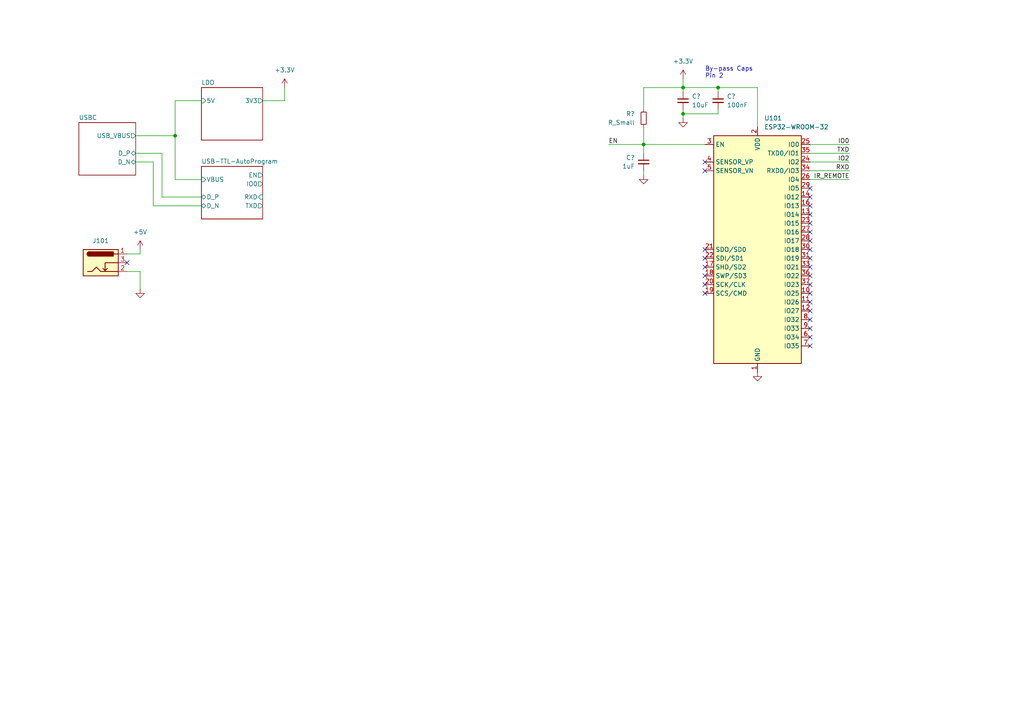
<source format=kicad_sch>
(kicad_sch (version 20230121) (generator eeschema)
  (paper "A4")
  (title_block (title "WLED ESP32 Control Board") (date "2023-06-18") (rev "A"))
  (lib_symbols
    (symbol "Connector:Barrel_Jack_Switch" (pin_names hide)
      (property "Reference" "J" (at 0 5.334 0))
      (property "Value" "Barrel_Jack_Switch" (at 0 -5.08 0))
      (symbol "Barrel_Jack_Switch_0_1"
        (rectangle (start -5.08 3.81) (end 5.08 -3.81) (stroke (width 0.254)) (fill (type background)))
        (arc (start -3.302 3.175) (mid -3.9343 2.54) (end -3.302 1.905) (stroke (width 0.254)))
        (arc (start -3.302 3.175) (mid -3.9343 2.54) (end -3.302 1.905) (stroke (width 0.254)) (fill (type outline)))
        (polyline (pts (xy 1.27 -2.286) (xy 1.905 -1.651)) (stroke (width 0.254)))
        (polyline (pts (xy 5.08 2.54) (xy 3.81 2.54)) (stroke (width 0.254)))
        (polyline (pts (xy 5.08 0) (xy 1.27 0) (xy 1.27 -2.286) (xy 0.635 -1.651)) (stroke (width 0.254)))
        (polyline (pts (xy -3.81 -2.54) (xy -2.54 -2.54) (xy -1.27 -1.27) (xy 0 -2.54) (xy 2.54 -2.54) (xy 5.08 -2.54)) (stroke (width 0.254)))
        (rectangle (start 3.683 3.175) (end -3.302 1.905) (stroke (width 0.254)) (fill (type outline)))
      )
      (symbol "Barrel_Jack_Switch_1_1"
        (pin passive line (at 7.62 2.54 180) (length 2.54) (name "~") (number "1"))
        (pin passive line (at 7.62 -2.54 180) (length 2.54) (name "~") (number "2"))
        (pin passive line (at 7.62 0 180) (length 2.54) (name "~") (number "3"))
      )
    )
    (symbol "Device:C_Small" (pin_numbers hide) (pin_names (offset 0.254) hide)
      (property "Reference" "C" (at 0.254 1.778 0))
      (property "Value" "C_Small" (at 0.254 -2.032 0))
      (symbol "C_Small_0_1"
        (polyline (pts (xy -1.524 -0.508) (xy 1.524 -0.508)) (stroke (width 0.3302)))
        (polyline (pts (xy -1.524 0.508) (xy 1.524 0.508)) (stroke (width 0.3048)))
      )
      (symbol "C_Small_1_1"
        (pin passive line (at 0 2.54 270) (length 2.032) (name "~") (number "1"))
        (pin passive line (at 0 -2.54 90) (length 2.032) (name "~") (number "2"))
      )
    )
    (symbol "Device:R_Small" (pin_numbers hide) (pin_names (offset 0.254) hide)
      (property "Reference" "R" (at 0.762 0.508 0))
      (property "Value" "R_Small" (at 0.762 -1.016 0))
      (symbol "R_Small_0_1"
        (rectangle (start -0.762 1.778) (end 0.762 -1.778) (stroke (width 0.2032)))
      )
      (symbol "R_Small_1_1"
        (pin passive line (at 0 2.54 270) (length 0.762) (name "~") (number "1"))
        (pin passive line (at 0 -2.54 90) (length 0.762) (name "~") (number "2"))
      )
    )
    (symbol "RF_Module:ESP32-WROOM-32"
      (property "Reference" "U" (at -12.7 34.29 0))
      (property "Value" "ESP32-WROOM-32" (at 1.27 34.29 0))
      (symbol "ESP32-WROOM-32_0_1"
        (rectangle (start -12.7 33.02) (end 12.7 -33.02) (stroke (width 0.254)) (fill (type background)))
      )
      (symbol "ESP32-WROOM-32_1_1"
        (pin power_in line (at 0 -35.56 90) (length 2.54) (name "GND") (number "1"))
        (pin bidirectional line (at 15.24 -12.7 180) (length 2.54) (name "IO25") (number "10"))
        (pin bidirectional line (at 15.24 -15.24 180) (length 2.54) (name "IO26") (number "11"))
        (pin bidirectional line (at 15.24 -17.78 180) (length 2.54) (name "IO27") (number "12"))
        (pin bidirectional line (at 15.24 10.16 180) (length 2.54) (name "IO14") (number "13"))
        (pin bidirectional line (at 15.24 15.24 180) (length 2.54) (name "IO12") (number "14"))
        (pin passive line (at 0 -35.56 90) (length 2.54) hide (name "GND") (number "15"))
        (pin bidirectional line (at 15.24 12.7 180) (length 2.54) (name "IO13") (number "16"))
        (pin bidirectional line (at -15.24 -5.08 0) (length 2.54) (name "SHD/SD2") (number "17"))
        (pin bidirectional line (at -15.24 -7.62 0) (length 2.54) (name "SWP/SD3") (number "18"))
        (pin bidirectional line (at -15.24 -12.7 0) (length 2.54) (name "SCS/CMD") (number "19"))
        (pin power_in line (at 0 35.56 270) (length 2.54) (name "VDD") (number "2"))
        (pin bidirectional line (at -15.24 -10.16 0) (length 2.54) (name "SCK/CLK") (number "20"))
        (pin bidirectional line (at -15.24 0 0) (length 2.54) (name "SDO/SD0") (number "21"))
        (pin bidirectional line (at -15.24 -2.54 0) (length 2.54) (name "SDI/SD1") (number "22"))
        (pin bidirectional line (at 15.24 7.62 180) (length 2.54) (name "IO15") (number "23"))
        (pin bidirectional line (at 15.24 25.4 180) (length 2.54) (name "IO2") (number "24"))
        (pin bidirectional line (at 15.24 30.48 180) (length 2.54) (name "IO0") (number "25"))
        (pin bidirectional line (at 15.24 20.32 180) (length 2.54) (name "IO4") (number "26"))
        (pin bidirectional line (at 15.24 5.08 180) (length 2.54) (name "IO16") (number "27"))
        (pin bidirectional line (at 15.24 2.54 180) (length 2.54) (name "IO17") (number "28"))
        (pin bidirectional line (at 15.24 17.78 180) (length 2.54) (name "IO5") (number "29"))
        (pin input line (at -15.24 30.48 0) (length 2.54) (name "EN") (number "3"))
        (pin bidirectional line (at 15.24 0 180) (length 2.54) (name "IO18") (number "30"))
        (pin bidirectional line (at 15.24 -2.54 180) (length 2.54) (name "IO19") (number "31"))
        (pin no_connect line (at -12.7 -27.94 0) (length 2.54) hide (name "NC") (number "32"))
        (pin bidirectional line (at 15.24 -5.08 180) (length 2.54) (name "IO21") (number "33"))
        (pin bidirectional line (at 15.24 22.86 180) (length 2.54) (name "RXD0/IO3") (number "34"))
        (pin bidirectional line (at 15.24 27.94 180) (length 2.54) (name "TXD0/IO1") (number "35"))
        (pin bidirectional line (at 15.24 -7.62 180) (length 2.54) (name "IO22") (number "36"))
        (pin bidirectional line (at 15.24 -10.16 180) (length 2.54) (name "IO23") (number "37"))
        (pin passive line (at 0 -35.56 90) (length 2.54) hide (name "GND") (number "38"))
        (pin passive line (at 0 -35.56 90) (length 2.54) hide (name "GND") (number "39"))
        (pin input line (at -15.24 25.4 0) (length 2.54) (name "SENSOR_VP") (number "4"))
        (pin input line (at -15.24 22.86 0) (length 2.54) (name "SENSOR_VN") (number "5"))
        (pin input line (at 15.24 -25.4 180) (length 2.54) (name "IO34") (number "6"))
        (pin input line (at 15.24 -27.94 180) (length 2.54) (name "IO35") (number "7"))
        (pin bidirectional line (at 15.24 -20.32 180) (length 2.54) (name "IO32") (number "8"))
        (pin bidirectional line (at 15.24 -22.86 180) (length 2.54) (name "IO33") (number "9"))
      )
    )
    (symbol "power:+3.3V" (power) (pin_names (offset 0))
      (property "Value" "+3.3V" (at 0 3.556 0))
      (symbol "+3.3V_0_1"
        (polyline (pts (xy -0.762 1.27) (xy 0 2.54)))
        (polyline (pts (xy 0 0) (xy 0 2.54)))
        (polyline (pts (xy 0 2.54) (xy 0.762 1.27)))
      )
      (symbol "+3.3V_1_1"
        (pin power_in line (at 0 0 90) (length 0) hide (name "+3.3V") (number "1"))
      )
    )
    (symbol "power:+5V" (power) (pin_names (offset 0))
      (property "Value" "+5V" (at 0 3.556 0))
      (symbol "+5V_0_1"
        (polyline (pts (xy -0.762 1.27) (xy 0 2.54)))
        (polyline (pts (xy 0 0) (xy 0 2.54)))
        (polyline (pts (xy 0 2.54) (xy 0.762 1.27)))
      )
      (symbol "+5V_1_1"
        (pin power_in line (at 0 0 90) (length 0) hide (name "+5V") (number "1"))
      )
    )
    (symbol "power:GND" (power) (pin_names (offset 0))
      (property "Value" "GND" (at 0 -3.81 0))
      (symbol "GND_0_1"
        (polyline (pts (xy 0 0) (xy 0 -1.27) (xy 1.27 -1.27) (xy 0 -2.54) (xy -1.27 -1.27) (xy 0 -1.27)))
      )
      (symbol "GND_1_1"
        (pin power_in line (at 0 0 270) (length 0) hide (name "GND") (number "1"))
      )
    )
  )
  (junction (at 186.69 41.91))
  (junction (at 198.12 33.02))
  (junction (at 198.12 25.4))
  (junction (at 208.28 25.4))
  (junction (at 50.8 39.37))
  (no_connect (at 234.95 72.39))
  (no_connect (at 234.95 82.55))
  (no_connect (at 36.83 76.2))
  (no_connect (at 234.95 64.77))
  (no_connect (at 234.95 90.17))
  (no_connect (at 234.95 69.85))
  (no_connect (at 204.47 46.99))
  (no_connect (at 234.95 100.33))
  (no_connect (at 234.95 92.71))
  (no_connect (at 234.95 62.23))
  (no_connect (at 234.95 67.31))
  (no_connect (at 234.95 95.25))
  (no_connect (at 234.95 54.61))
  (no_connect (at 234.95 59.69))
  (no_connect (at 234.95 87.63))
  (no_connect (at 234.95 85.09))
  (no_connect (at 234.95 77.47))
  (no_connect (at 204.47 80.01))
  (no_connect (at 204.47 72.39))
  (no_connect (at 234.95 57.15))
  (no_connect (at 204.47 82.55))
  (no_connect (at 234.95 74.93))
  (no_connect (at 204.47 49.53))
  (no_connect (at 234.95 97.79))
  (no_connect (at 204.47 85.09))
  (no_connect (at 234.95 80.01))
  (no_connect (at 204.47 77.47))
  (no_connect (at 204.47 74.93))
  (wire (pts (xy 234.95 41.91) (xy 246.38 41.91)))
  (wire (pts (xy 40.64 78.74) (xy 40.64 83.82)))
  (wire (pts (xy 208.28 25.4) (xy 208.28 26.67)))
  (wire (pts (xy 82.55 25.4) (xy 82.55 29.21)))
  (wire (pts (xy 39.37 46.99) (xy 44.45 46.99)))
  (wire (pts (xy 39.37 44.45) (xy 46.99 44.45)))
  (wire (pts (xy 39.37 39.37) (xy 50.8 39.37)))
  (wire (pts (xy 40.64 73.66) (xy 40.64 72.39)))
  (wire (pts (xy 219.71 25.4) (xy 219.71 36.83)))
  (wire (pts (xy 46.99 44.45) (xy 46.99 57.15)))
  (wire (pts (xy 50.8 52.07) (xy 50.8 39.37)))
  (wire (pts (xy 36.83 78.74) (xy 40.64 78.74)))
  (wire (pts (xy 82.55 29.21) (xy 76.2 29.21)))
  (wire (pts (xy 234.95 44.45) (xy 246.38 44.45)))
  (wire (pts (xy 58.42 52.07) (xy 50.8 52.07)))
  (wire (pts (xy 50.8 39.37) (xy 50.8 29.21)))
  (wire (pts (xy 176.53 41.91) (xy 186.69 41.91)))
  (wire (pts (xy 36.83 73.66) (xy 40.64 73.66)))
  (wire (pts (xy 198.12 25.4) (xy 186.69 25.4)))
  (wire (pts (xy 186.69 49.53) (xy 186.69 50.8)))
  (wire (pts (xy 186.69 41.91) (xy 186.69 44.45)))
  (wire (pts (xy 208.28 25.4) (xy 219.71 25.4)))
  (wire (pts (xy 186.69 25.4) (xy 186.69 31.75)))
  (wire (pts (xy 198.12 33.02) (xy 198.12 31.75)))
  (wire (pts (xy 198.12 22.86) (xy 198.12 25.4)))
  (wire (pts (xy 44.45 46.99) (xy 44.45 59.69)))
  (wire (pts (xy 234.95 52.07) (xy 246.38 52.07)))
  (wire (pts (xy 50.8 29.21) (xy 58.42 29.21)))
  (wire (pts (xy 208.28 33.02) (xy 208.28 31.75)))
  (wire (pts (xy 234.95 49.53) (xy 246.38 49.53)))
  (wire (pts (xy 44.45 59.69) (xy 58.42 59.69)))
  (wire (pts (xy 198.12 25.4) (xy 198.12 26.67)))
  (wire (pts (xy 198.12 34.29) (xy 198.12 33.02)))
  (wire (pts (xy 186.69 41.91) (xy 204.47 41.91)))
  (wire (pts (xy 186.69 36.83) (xy 186.69 41.91)))
  (wire (pts (xy 46.99 57.15) (xy 58.42 57.15)))
  (wire (pts (xy 234.95 46.99) (xy 246.38 46.99)))
  (wire (pts (xy 198.12 33.02) (xy 208.28 33.02)))
  (wire (pts (xy 198.12 25.4) (xy 208.28 25.4)))
  (text "By-pass Caps\nPin 2" (at 204.47 22.86 0) (effects (font (size 1.27 1.27)) (justify left bottom)))
  (label "IR_REMOTE" (at 246.38 52.07 180))
  (label "RXD" (at 246.38 49.53 180))
  (label "IO2" (at 246.38 46.99 180))
  (label "IO0" (at 246.38 41.91 180))
  (label "EN" (at 176.53 41.91 0))
  (label "TXD" (at 246.38 44.45 180))
  (symbol (lib_id "power:+3.3V") (at 82.55 25.4 0) (unit 1)
    (property "Reference" "#PWR0104" (effects hide))
    (property "Value" "+3.3V" (at 82.55 20.32 0))
  )
  (symbol (lib_id "power:+5V") (at 40.64 72.39 0) (unit 1)
    (property "Reference" "#PWR0101" (effects hide))
    (property "Value" "+5V" (at 40.64 67.31 0))
  )
  (symbol (lib_id "power:GND") (at 40.64 83.82 0) (unit 1)
    (property "Reference" "#PWR0103" (effects hide))
    (property "Value" "GND" (effects hide))
  )
  (symbol (lib_id "power:GND") (at 186.69 50.8 0) (unit 1)
    (property "Reference" "#PWR0107" (effects hide))
    (property "Value" "GND" (effects hide))
  )
  (symbol (lib_id "power:GND") (at 219.71 107.95 0) (unit 1)
    (property "Reference" "#PWR0108" (effects hide))
    (property "Value" "GND" (effects hide))
  )
  (symbol (lib_id "RF_Module:ESP32-WROOM-32") (at 219.71 72.39 0) (unit 1)
    (property "Reference" "U101" (at 221.6659 34.29 0) (effects (justify left)))
    (property "Value" "ESP32-WROOM-32" (at 221.6659 36.83 0) (effects (justify left)))
    (property "Footprint" "User_Footprint:ESP32-WROOM-32" (effects hide))
    (property "Datasheet" "https://datasheet.lcsc.com/lcsc/2207151900_Espressif-Systems-ESP32-WROOM-32E-N4_C701341.pdf" (effects hide))
    (property "LCSC" "C701341" (effects hide))
  )
  (symbol (lib_id "power:+3.3V") (at 198.12 22.86 0) (unit 1)
    (property "Reference" "#PWR0105" (effects hide))
    (property "Value" "+3.3V" (at 198.12 17.78 0))
  )
  (symbol (lib_id "power:GND") (at 198.12 34.29 0) (unit 1)
    (property "Reference" "#PWR0106" (effects hide))
    (property "Value" "GND" (effects hide))
  )
  (symbol (lib_id "Device:C_Small") (at 198.12 29.21 0) (unit 1)
    (property "Reference" "C?" (at 200.66 27.9463 0) (effects (justify left)))
    (property "Value" "10uF" (at 200.66 30.4863 0) (effects (justify left)))
  )
  (symbol (lib_id "Device:R_Small") (at 186.69 34.29 0) (mirror y) (unit 1)
    (property "Reference" "R?" (at 184.15 33.02 0) (effects (justify left)))
    (property "Value" "R_Small" (at 184.15 35.56 0) (effects (justify left)))
  )
  (symbol (lib_id "Connector:Barrel_Jack_Switch") (at 29.21 76.2 0) (unit 1)
    (property "Reference" "J101" (at 29.21 69.85 0))
    (property "Value" "Barrel_Jack_MountingPin" (effects hide))
    (property "Footprint" "Connector_BarrelJack:BarrelJack_Horizontal" (effects hide))
    (property "LCSC" "C381115" (effects hide))
  )
  (symbol (lib_id "Device:C_Small") (at 208.28 29.21 0) (unit 1)
    (property "Reference" "C?" (at 210.82 27.9463 0) (effects (justify left)))
    (property "Value" "100nF" (at 210.82 30.4863 0) (effects (justify left)))
  )
  (symbol (lib_id "Device:C_Small") (at 186.69 46.99 0) (mirror y) (unit 1)
    (property "Reference" "C?" (at 184.15 45.7263 0) (effects (justify left)))
    (property "Value" "1uF" (at 184.15 48.2663 0) (effects (justify left)))
  )
  (sheet (at 22.86 35.56) (size 16.51 15.24) (stroke (width 0.1524))
    (property "Sheetname" "USBC" (at 22.86 34.8484 0) (effects (justify left bottom)))
    (property "Sheetfile" "usbc-2-0.kicad_sch" (effects hide))
    (pin "D_P" bidirectional (at 39.37 44.45 0))
    (pin "D_N" bidirectional (at 39.37 46.99 0))
    (pin "USB_VBUS" output (at 39.37 39.37 0))
  )
  (sheet (at 58.42 48.26) (size 17.78 15.24) (stroke (width 0.1524))
    (property "Sheetname" "USB-TTL-AutoProgram" (at 58.42 47.5484 0) (effects (justify left bottom)))
    (property "Sheetfile" "cp2102-esp32-autoprogram.kicad_sch" (effects hide))
    (pin "RXD" input (at 76.2 57.15 0))
    (pin "D_P" bidirectional (at 58.42 57.15 180))
    (pin "D_N" bidirectional (at 58.42 59.69 180))
    (pin "VBUS" input (at 58.42 52.07 180))
    (pin "TXD" output (at 76.2 59.69 0))
    (pin "EN" output (at 76.2 50.8 0))
    (pin "IO0" output (at 76.2 53.34 0))
  )
  (sheet (at 58.42 25.4) (size 17.78 15.24) (stroke (width 0.1524))
    (property "Sheetname" "LDO" (at 58.42 24.6884 0) (effects (justify left bottom)))
    (property "Sheetfile" "ldo_3V3.kicad_sch" (effects hide))
    (pin "3V3" output (at 76.2 29.21 0))
    (pin "5V" input (at 58.42 29.21 180))
  )
)
</source>
